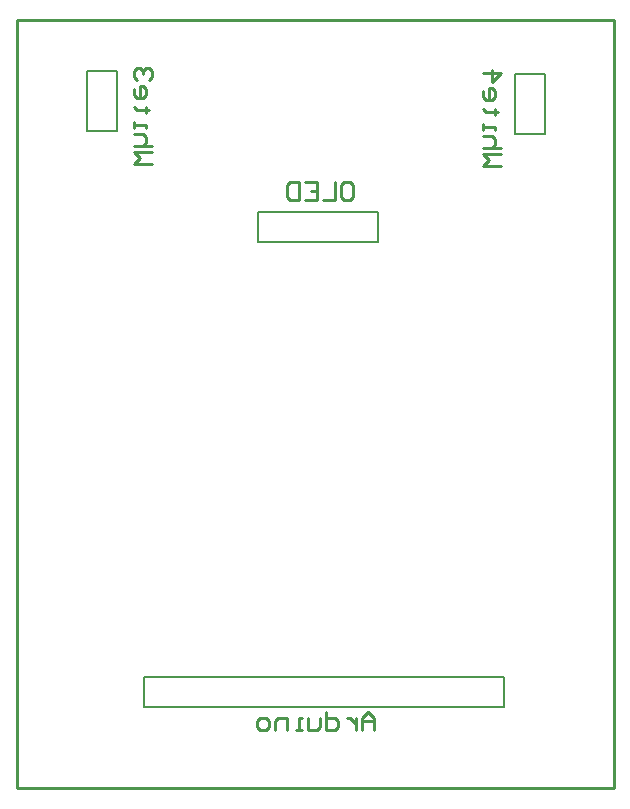
<source format=gbo>
G04*
G04 #@! TF.GenerationSoftware,Altium Limited,Altium Designer,18.0.7 (293)*
G04*
G04 Layer_Color=32896*
%FSLAX25Y25*%
%MOIN*%
G70*
G01*
G75*
%ADD11C,0.01000*%
%ADD32C,0.00787*%
D11*
X161498Y207500D02*
X155500D01*
X157499Y209499D01*
X155500Y211499D01*
X161498D01*
Y213498D02*
X155500D01*
X158499D01*
X159499Y214498D01*
Y216497D01*
X158499Y217497D01*
X155500D01*
Y219496D02*
Y221496D01*
Y220496D01*
X159499D01*
Y219496D01*
X160498Y225494D02*
X159499D01*
Y224495D01*
Y226494D01*
Y225494D01*
X156500D01*
X155500Y226494D01*
Y232492D02*
Y230493D01*
X156500Y229493D01*
X158499D01*
X159499Y230493D01*
Y232492D01*
X158499Y233492D01*
X157499D01*
Y229493D01*
X155500Y238490D02*
X161498D01*
X158499Y235491D01*
Y239490D01*
X44998Y208000D02*
X39000D01*
X40999Y209999D01*
X39000Y211999D01*
X44998D01*
Y213998D02*
X39000D01*
X41999D01*
X42999Y214998D01*
Y216997D01*
X41999Y217997D01*
X39000D01*
Y219996D02*
Y221995D01*
Y220996D01*
X42999D01*
Y219996D01*
X43998Y225994D02*
X42999D01*
Y224994D01*
Y226994D01*
Y225994D01*
X40000D01*
X39000Y226994D01*
Y232992D02*
Y230993D01*
X40000Y229993D01*
X41999D01*
X42999Y230993D01*
Y232992D01*
X41999Y233992D01*
X40999D01*
Y229993D01*
X43998Y235991D02*
X44998Y236991D01*
Y238990D01*
X43998Y239990D01*
X42999D01*
X41999Y238990D01*
Y237990D01*
Y238990D01*
X40999Y239990D01*
X40000D01*
X39000Y238990D01*
Y236991D01*
X40000Y235991D01*
X109001Y201998D02*
X111000D01*
X112000Y200998D01*
Y197000D01*
X111000Y196000D01*
X109001D01*
X108001Y197000D01*
Y200998D01*
X109001Y201998D01*
X106002D02*
Y196000D01*
X102003D01*
X96005Y201998D02*
X100004D01*
Y196000D01*
X96005D01*
X100004Y198999D02*
X98005D01*
X94006Y201998D02*
Y196000D01*
X91007D01*
X90007Y197000D01*
Y200998D01*
X91007Y201998D01*
X94006D01*
X119000Y19500D02*
Y23499D01*
X117001Y25498D01*
X115001Y23499D01*
Y19500D01*
Y22499D01*
X119000D01*
X113002Y23499D02*
Y19500D01*
Y21499D01*
X112002Y22499D01*
X111003Y23499D01*
X110003D01*
X103005Y25498D02*
Y19500D01*
X106004D01*
X107004Y20500D01*
Y22499D01*
X106004Y23499D01*
X103005D01*
X101006D02*
Y20500D01*
X100006Y19500D01*
X97007D01*
Y23499D01*
X95008Y19500D02*
X93008D01*
X94008D01*
Y23499D01*
X95008D01*
X90009Y19500D02*
Y23499D01*
X87010D01*
X86011Y22499D01*
Y19500D01*
X83012D02*
X81012D01*
X80013Y20500D01*
Y22499D01*
X81012Y23499D01*
X83012D01*
X84011Y22499D01*
Y20500D01*
X83012Y19500D01*
X0Y0D02*
Y256000D01*
Y0D02*
X199000D01*
Y256000D01*
X0D02*
X199000D01*
D32*
X23500Y239000D02*
X33500D01*
X23500Y219000D02*
Y239000D01*
Y219000D02*
X33500D01*
Y239000D01*
X166000Y218000D02*
X176000D01*
Y238000D01*
X166000D02*
X176000D01*
X166000Y218000D02*
Y238000D01*
X120500Y182000D02*
Y192000D01*
X80500D02*
X120500D01*
X80500Y182000D02*
X120500D01*
X80500D02*
Y192000D01*
X50000Y27000D02*
X162500D01*
X42500D02*
X50000D01*
X42500D02*
Y37000D01*
X162500D01*
Y27000D02*
Y37000D01*
M02*

</source>
